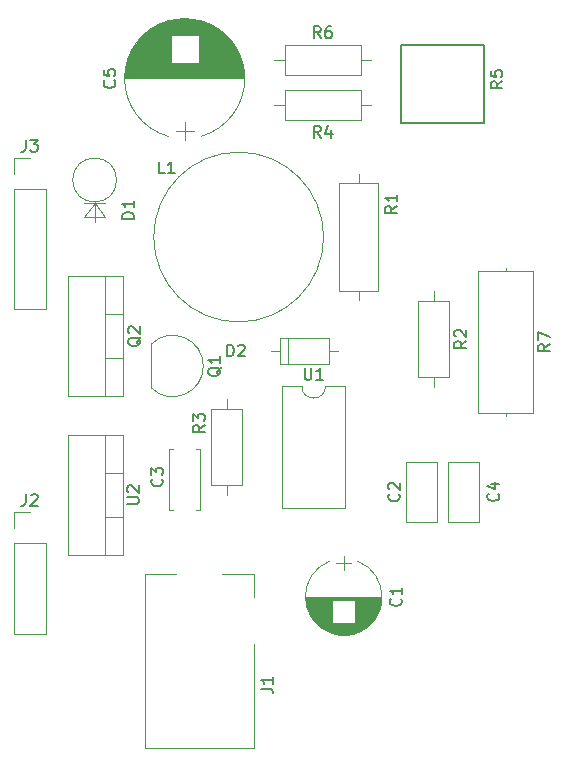
<source format=gto>
G04 #@! TF.FileFunction,Legend,Top*
%FSLAX46Y46*%
G04 Gerber Fmt 4.6, Leading zero omitted, Abs format (unit mm)*
G04 Created by KiCad (PCBNEW 4.0.7) date 10/23/17 00:19:34*
%MOMM*%
%LPD*%
G01*
G04 APERTURE LIST*
%ADD10C,0.100000*%
%ADD11C,0.120000*%
%ADD12C,0.150000*%
G04 APERTURE END LIST*
D10*
D11*
X170982000Y-121372000D02*
X170982000Y-126492000D01*
X168362000Y-121372000D02*
X168362000Y-126492000D01*
X170982000Y-121372000D02*
X168362000Y-121372000D01*
X170982000Y-126492000D02*
X168362000Y-126492000D01*
X150916000Y-120336000D02*
X150916000Y-125456000D01*
X148296000Y-120336000D02*
X148296000Y-125456000D01*
X150916000Y-120336000D02*
X150602000Y-120336000D01*
X148610000Y-120336000D02*
X148296000Y-120336000D01*
X150916000Y-125456000D02*
X150602000Y-125456000D01*
X148610000Y-125456000D02*
X148296000Y-125456000D01*
X174538000Y-121372000D02*
X174538000Y-126492000D01*
X171918000Y-121372000D02*
X171918000Y-126492000D01*
X174538000Y-121372000D02*
X171918000Y-121372000D01*
X174538000Y-126492000D02*
X171918000Y-126492000D01*
X148222736Y-84041563D02*
G75*
G03X148226000Y-93839357I1383264J-4898437D01*
G01*
X150989264Y-84041563D02*
G75*
G02X150986000Y-93839357I-1383264J-4898437D01*
G01*
X150989264Y-84041563D02*
G75*
G03X148226000Y-84040643I-1383264J-4898437D01*
G01*
X144556000Y-88940000D02*
X154656000Y-88940000D01*
X144556000Y-88900000D02*
X154656000Y-88900000D01*
X144556000Y-88860000D02*
X154656000Y-88860000D01*
X144557000Y-88820000D02*
X154655000Y-88820000D01*
X144558000Y-88780000D02*
X154654000Y-88780000D01*
X144559000Y-88740000D02*
X154653000Y-88740000D01*
X144561000Y-88700000D02*
X154651000Y-88700000D01*
X144563000Y-88660000D02*
X154649000Y-88660000D01*
X144566000Y-88620000D02*
X154646000Y-88620000D01*
X144568000Y-88580000D02*
X154644000Y-88580000D01*
X144571000Y-88540000D02*
X154641000Y-88540000D01*
X144575000Y-88500000D02*
X154637000Y-88500000D01*
X144578000Y-88460000D02*
X154634000Y-88460000D01*
X144582000Y-88420000D02*
X154630000Y-88420000D01*
X144586000Y-88380000D02*
X154626000Y-88380000D01*
X144591000Y-88340000D02*
X154621000Y-88340000D01*
X144596000Y-88300000D02*
X154616000Y-88300000D01*
X144601000Y-88260000D02*
X154611000Y-88260000D01*
X144607000Y-88219000D02*
X154605000Y-88219000D01*
X144613000Y-88179000D02*
X154599000Y-88179000D01*
X144619000Y-88139000D02*
X154593000Y-88139000D01*
X144625000Y-88099000D02*
X154587000Y-88099000D01*
X144632000Y-88059000D02*
X154580000Y-88059000D01*
X144639000Y-88019000D02*
X154573000Y-88019000D01*
X144647000Y-87979000D02*
X154565000Y-87979000D01*
X144655000Y-87939000D02*
X154557000Y-87939000D01*
X144663000Y-87899000D02*
X154549000Y-87899000D01*
X144671000Y-87859000D02*
X154541000Y-87859000D01*
X144680000Y-87819000D02*
X154532000Y-87819000D01*
X144689000Y-87779000D02*
X154523000Y-87779000D01*
X144699000Y-87739000D02*
X154513000Y-87739000D01*
X144709000Y-87699000D02*
X154503000Y-87699000D01*
X144719000Y-87659000D02*
X154493000Y-87659000D01*
X144730000Y-87619000D02*
X148425000Y-87619000D01*
X150787000Y-87619000D02*
X154482000Y-87619000D01*
X144741000Y-87579000D02*
X148425000Y-87579000D01*
X150787000Y-87579000D02*
X154471000Y-87579000D01*
X144752000Y-87539000D02*
X148425000Y-87539000D01*
X150787000Y-87539000D02*
X154460000Y-87539000D01*
X144763000Y-87499000D02*
X148425000Y-87499000D01*
X150787000Y-87499000D02*
X154449000Y-87499000D01*
X144775000Y-87459000D02*
X148425000Y-87459000D01*
X150787000Y-87459000D02*
X154437000Y-87459000D01*
X144788000Y-87419000D02*
X148425000Y-87419000D01*
X150787000Y-87419000D02*
X154424000Y-87419000D01*
X144800000Y-87379000D02*
X148425000Y-87379000D01*
X150787000Y-87379000D02*
X154412000Y-87379000D01*
X144814000Y-87339000D02*
X148425000Y-87339000D01*
X150787000Y-87339000D02*
X154398000Y-87339000D01*
X144827000Y-87299000D02*
X148425000Y-87299000D01*
X150787000Y-87299000D02*
X154385000Y-87299000D01*
X144841000Y-87259000D02*
X148425000Y-87259000D01*
X150787000Y-87259000D02*
X154371000Y-87259000D01*
X144855000Y-87219000D02*
X148425000Y-87219000D01*
X150787000Y-87219000D02*
X154357000Y-87219000D01*
X144869000Y-87179000D02*
X148425000Y-87179000D01*
X150787000Y-87179000D02*
X154343000Y-87179000D01*
X144884000Y-87139000D02*
X148425000Y-87139000D01*
X150787000Y-87139000D02*
X154328000Y-87139000D01*
X144900000Y-87099000D02*
X148425000Y-87099000D01*
X150787000Y-87099000D02*
X154312000Y-87099000D01*
X144915000Y-87059000D02*
X148425000Y-87059000D01*
X150787000Y-87059000D02*
X154297000Y-87059000D01*
X144932000Y-87019000D02*
X148425000Y-87019000D01*
X150787000Y-87019000D02*
X154280000Y-87019000D01*
X144948000Y-86979000D02*
X148425000Y-86979000D01*
X150787000Y-86979000D02*
X154264000Y-86979000D01*
X144965000Y-86939000D02*
X148425000Y-86939000D01*
X150787000Y-86939000D02*
X154247000Y-86939000D01*
X144982000Y-86899000D02*
X148425000Y-86899000D01*
X150787000Y-86899000D02*
X154230000Y-86899000D01*
X145000000Y-86859000D02*
X148425000Y-86859000D01*
X150787000Y-86859000D02*
X154212000Y-86859000D01*
X145018000Y-86819000D02*
X148425000Y-86819000D01*
X150787000Y-86819000D02*
X154194000Y-86819000D01*
X145037000Y-86779000D02*
X148425000Y-86779000D01*
X150787000Y-86779000D02*
X154175000Y-86779000D01*
X145056000Y-86739000D02*
X148425000Y-86739000D01*
X150787000Y-86739000D02*
X154156000Y-86739000D01*
X145075000Y-86699000D02*
X148425000Y-86699000D01*
X150787000Y-86699000D02*
X154137000Y-86699000D01*
X145095000Y-86659000D02*
X148425000Y-86659000D01*
X150787000Y-86659000D02*
X154117000Y-86659000D01*
X145115000Y-86619000D02*
X148425000Y-86619000D01*
X150787000Y-86619000D02*
X154097000Y-86619000D01*
X145136000Y-86579000D02*
X148425000Y-86579000D01*
X150787000Y-86579000D02*
X154076000Y-86579000D01*
X145157000Y-86539000D02*
X148425000Y-86539000D01*
X150787000Y-86539000D02*
X154055000Y-86539000D01*
X145178000Y-86499000D02*
X148425000Y-86499000D01*
X150787000Y-86499000D02*
X154034000Y-86499000D01*
X145201000Y-86459000D02*
X148425000Y-86459000D01*
X150787000Y-86459000D02*
X154011000Y-86459000D01*
X145223000Y-86419000D02*
X148425000Y-86419000D01*
X150787000Y-86419000D02*
X153989000Y-86419000D01*
X145246000Y-86379000D02*
X148425000Y-86379000D01*
X150787000Y-86379000D02*
X153966000Y-86379000D01*
X145270000Y-86339000D02*
X148425000Y-86339000D01*
X150787000Y-86339000D02*
X153942000Y-86339000D01*
X145294000Y-86299000D02*
X148425000Y-86299000D01*
X150787000Y-86299000D02*
X153918000Y-86299000D01*
X145318000Y-86259000D02*
X148425000Y-86259000D01*
X150787000Y-86259000D02*
X153894000Y-86259000D01*
X145343000Y-86219000D02*
X148425000Y-86219000D01*
X150787000Y-86219000D02*
X153869000Y-86219000D01*
X145369000Y-86179000D02*
X148425000Y-86179000D01*
X150787000Y-86179000D02*
X153843000Y-86179000D01*
X145395000Y-86139000D02*
X148425000Y-86139000D01*
X150787000Y-86139000D02*
X153817000Y-86139000D01*
X145421000Y-86099000D02*
X148425000Y-86099000D01*
X150787000Y-86099000D02*
X153791000Y-86099000D01*
X145449000Y-86059000D02*
X148425000Y-86059000D01*
X150787000Y-86059000D02*
X153763000Y-86059000D01*
X145476000Y-86019000D02*
X148425000Y-86019000D01*
X150787000Y-86019000D02*
X153736000Y-86019000D01*
X145505000Y-85979000D02*
X148425000Y-85979000D01*
X150787000Y-85979000D02*
X153707000Y-85979000D01*
X145534000Y-85939000D02*
X148425000Y-85939000D01*
X150787000Y-85939000D02*
X153678000Y-85939000D01*
X145563000Y-85899000D02*
X148425000Y-85899000D01*
X150787000Y-85899000D02*
X153649000Y-85899000D01*
X145593000Y-85859000D02*
X148425000Y-85859000D01*
X150787000Y-85859000D02*
X153619000Y-85859000D01*
X145624000Y-85819000D02*
X148425000Y-85819000D01*
X150787000Y-85819000D02*
X153588000Y-85819000D01*
X145655000Y-85779000D02*
X148425000Y-85779000D01*
X150787000Y-85779000D02*
X153557000Y-85779000D01*
X145687000Y-85739000D02*
X148425000Y-85739000D01*
X150787000Y-85739000D02*
X153525000Y-85739000D01*
X145720000Y-85699000D02*
X148425000Y-85699000D01*
X150787000Y-85699000D02*
X153492000Y-85699000D01*
X145753000Y-85659000D02*
X148425000Y-85659000D01*
X150787000Y-85659000D02*
X153459000Y-85659000D01*
X145787000Y-85619000D02*
X148425000Y-85619000D01*
X150787000Y-85619000D02*
X153425000Y-85619000D01*
X145822000Y-85579000D02*
X148425000Y-85579000D01*
X150787000Y-85579000D02*
X153390000Y-85579000D01*
X145858000Y-85539000D02*
X148425000Y-85539000D01*
X150787000Y-85539000D02*
X153354000Y-85539000D01*
X145894000Y-85499000D02*
X148425000Y-85499000D01*
X150787000Y-85499000D02*
X153318000Y-85499000D01*
X145931000Y-85459000D02*
X148425000Y-85459000D01*
X150787000Y-85459000D02*
X153281000Y-85459000D01*
X145969000Y-85419000D02*
X148425000Y-85419000D01*
X150787000Y-85419000D02*
X153243000Y-85419000D01*
X146008000Y-85379000D02*
X148425000Y-85379000D01*
X150787000Y-85379000D02*
X153204000Y-85379000D01*
X146047000Y-85339000D02*
X148425000Y-85339000D01*
X150787000Y-85339000D02*
X153165000Y-85339000D01*
X146088000Y-85299000D02*
X148425000Y-85299000D01*
X150787000Y-85299000D02*
X153124000Y-85299000D01*
X146129000Y-85259000D02*
X153083000Y-85259000D01*
X146171000Y-85219000D02*
X153041000Y-85219000D01*
X146215000Y-85179000D02*
X152997000Y-85179000D01*
X146259000Y-85139000D02*
X152953000Y-85139000D01*
X146304000Y-85099000D02*
X152908000Y-85099000D01*
X146351000Y-85059000D02*
X152861000Y-85059000D01*
X146399000Y-85019000D02*
X152813000Y-85019000D01*
X146448000Y-84979000D02*
X152764000Y-84979000D01*
X146498000Y-84939000D02*
X152714000Y-84939000D01*
X146549000Y-84899000D02*
X152663000Y-84899000D01*
X146602000Y-84859000D02*
X152610000Y-84859000D01*
X146657000Y-84819000D02*
X152555000Y-84819000D01*
X146712000Y-84779000D02*
X152500000Y-84779000D01*
X146770000Y-84739000D02*
X152442000Y-84739000D01*
X146829000Y-84699000D02*
X152383000Y-84699000D01*
X146891000Y-84659000D02*
X152321000Y-84659000D01*
X146954000Y-84619000D02*
X152258000Y-84619000D01*
X147019000Y-84579000D02*
X152193000Y-84579000D01*
X147087000Y-84539000D02*
X152125000Y-84539000D01*
X147157000Y-84499000D02*
X152055000Y-84499000D01*
X147229000Y-84459000D02*
X151983000Y-84459000D01*
X147305000Y-84419000D02*
X151907000Y-84419000D01*
X147384000Y-84379000D02*
X151828000Y-84379000D01*
X147466000Y-84339000D02*
X151746000Y-84339000D01*
X147553000Y-84299000D02*
X151659000Y-84299000D01*
X147644000Y-84259000D02*
X151568000Y-84259000D01*
X147740000Y-84219000D02*
X151472000Y-84219000D01*
X147843000Y-84179000D02*
X151369000Y-84179000D01*
X147952000Y-84139000D02*
X151260000Y-84139000D01*
X148070000Y-84099000D02*
X151142000Y-84099000D01*
X148199000Y-84059000D02*
X151013000Y-84059000D01*
X148341000Y-84019000D02*
X150871000Y-84019000D01*
X148502000Y-83979000D02*
X150710000Y-83979000D01*
X148693000Y-83939000D02*
X150519000Y-83939000D01*
X148934000Y-83899000D02*
X150278000Y-83899000D01*
X149327000Y-83859000D02*
X149885000Y-83859000D01*
X149606000Y-94140000D02*
X149606000Y-92640000D01*
X148856000Y-93390000D02*
X150356000Y-93390000D01*
X141986000Y-99396000D02*
X141986000Y-101116000D01*
X142875000Y-99483333D02*
X141097000Y-99483333D01*
X141986000Y-99483333D02*
X142875000Y-100668667D01*
X142875000Y-100668667D02*
X141097000Y-100668667D01*
X141097000Y-100668667D02*
X141986000Y-99483333D01*
X143846000Y-97536000D02*
G75*
G03X143846000Y-97536000I-1860000J0D01*
G01*
X157706000Y-110954000D02*
X157706000Y-113074000D01*
X157706000Y-113074000D02*
X161826000Y-113074000D01*
X161826000Y-113074000D02*
X161826000Y-110954000D01*
X161826000Y-110954000D02*
X157706000Y-110954000D01*
X156936000Y-112014000D02*
X157706000Y-112014000D01*
X162596000Y-112014000D02*
X161826000Y-112014000D01*
X158366000Y-110954000D02*
X158366000Y-113074000D01*
X155476000Y-136826000D02*
X155476000Y-145626000D01*
X155476000Y-145626000D02*
X146276000Y-145626000D01*
X152776000Y-130926000D02*
X155476000Y-130926000D01*
X155476000Y-130926000D02*
X155476000Y-132826000D01*
X146276000Y-145626000D02*
X146276000Y-130926000D01*
X146276000Y-130926000D02*
X148876000Y-130926000D01*
X135170000Y-135950000D02*
X137830000Y-135950000D01*
X135170000Y-128270000D02*
X135170000Y-135950000D01*
X137830000Y-128270000D02*
X137830000Y-135950000D01*
X135170000Y-128270000D02*
X137830000Y-128270000D01*
X135170000Y-127000000D02*
X135170000Y-125670000D01*
X135170000Y-125670000D02*
X136500000Y-125670000D01*
X135170000Y-108490000D02*
X137830000Y-108490000D01*
X135170000Y-98270000D02*
X135170000Y-108490000D01*
X137830000Y-98270000D02*
X137830000Y-108490000D01*
X135170000Y-98270000D02*
X137830000Y-98270000D01*
X135170000Y-97000000D02*
X135170000Y-95670000D01*
X135170000Y-95670000D02*
X136500000Y-95670000D01*
X161368000Y-102362000D02*
G75*
G03X161368000Y-102362000I-7190000J0D01*
G01*
X146740000Y-111484000D02*
X146740000Y-115084000D01*
X146751522Y-111445522D02*
G75*
G02X151190000Y-113284000I1838478J-1838478D01*
G01*
X146751522Y-115122478D02*
G75*
G03X151190000Y-113284000I1838478J1838478D01*
G01*
X144352000Y-105624000D02*
X144352000Y-115864000D01*
X139711000Y-105624000D02*
X139711000Y-115864000D01*
X144352000Y-105624000D02*
X139711000Y-105624000D01*
X144352000Y-115864000D02*
X139711000Y-115864000D01*
X142842000Y-105624000D02*
X142842000Y-115864000D01*
X144352000Y-108894000D02*
X142842000Y-108894000D01*
X144352000Y-112595000D02*
X142842000Y-112595000D01*
X162678000Y-106922000D02*
X165998000Y-106922000D01*
X165998000Y-106922000D02*
X165998000Y-97802000D01*
X165998000Y-97802000D02*
X162678000Y-97802000D01*
X162678000Y-97802000D02*
X162678000Y-106922000D01*
X164338000Y-107732000D02*
X164338000Y-106922000D01*
X164338000Y-96992000D02*
X164338000Y-97802000D01*
X171998000Y-107788000D02*
X169378000Y-107788000D01*
X169378000Y-107788000D02*
X169378000Y-114208000D01*
X169378000Y-114208000D02*
X171998000Y-114208000D01*
X171998000Y-114208000D02*
X171998000Y-107788000D01*
X170688000Y-106898000D02*
X170688000Y-107788000D01*
X170688000Y-115098000D02*
X170688000Y-114208000D01*
X154472000Y-116932000D02*
X151852000Y-116932000D01*
X151852000Y-116932000D02*
X151852000Y-123352000D01*
X151852000Y-123352000D02*
X154472000Y-123352000D01*
X154472000Y-123352000D02*
X154472000Y-116932000D01*
X153162000Y-116042000D02*
X153162000Y-116932000D01*
X153162000Y-124242000D02*
X153162000Y-123352000D01*
X164500000Y-92496000D02*
X164500000Y-89876000D01*
X164500000Y-89876000D02*
X158080000Y-89876000D01*
X158080000Y-89876000D02*
X158080000Y-92496000D01*
X158080000Y-92496000D02*
X164500000Y-92496000D01*
X165390000Y-91186000D02*
X164500000Y-91186000D01*
X157190000Y-91186000D02*
X158080000Y-91186000D01*
D12*
X167950000Y-92708000D02*
X167950000Y-86108000D01*
X167950000Y-86108000D02*
X174950000Y-86108000D01*
X174950000Y-86108000D02*
X174950000Y-92708000D01*
X174950000Y-92708000D02*
X167950000Y-92708000D01*
D11*
X158080000Y-86066000D02*
X158080000Y-88686000D01*
X158080000Y-88686000D02*
X164500000Y-88686000D01*
X164500000Y-88686000D02*
X164500000Y-86066000D01*
X164500000Y-86066000D02*
X158080000Y-86066000D01*
X157190000Y-87376000D02*
X158080000Y-87376000D01*
X165390000Y-87376000D02*
X164500000Y-87376000D01*
X179094000Y-105242000D02*
X174474000Y-105242000D01*
X174474000Y-105242000D02*
X174474000Y-117262000D01*
X174474000Y-117262000D02*
X179094000Y-117262000D01*
X179094000Y-117262000D02*
X179094000Y-105242000D01*
X176784000Y-105012000D02*
X176784000Y-105242000D01*
X176784000Y-117492000D02*
X176784000Y-117262000D01*
X161528000Y-115002000D02*
G75*
G02X159528000Y-115002000I-1000000J0D01*
G01*
X159528000Y-115002000D02*
X157878000Y-115002000D01*
X157878000Y-115002000D02*
X157878000Y-125282000D01*
X157878000Y-125282000D02*
X163178000Y-125282000D01*
X163178000Y-125282000D02*
X163178000Y-115002000D01*
X163178000Y-115002000D02*
X161528000Y-115002000D01*
X144352000Y-119086000D02*
X144352000Y-129326000D01*
X139711000Y-119086000D02*
X139711000Y-129326000D01*
X144352000Y-119086000D02*
X139711000Y-119086000D01*
X144352000Y-129326000D02*
X139711000Y-129326000D01*
X142842000Y-119086000D02*
X142842000Y-129326000D01*
X144352000Y-122356000D02*
X142842000Y-122356000D01*
X144352000Y-126057000D02*
X142842000Y-126057000D01*
X164247136Y-135839820D02*
G75*
G03X164248000Y-129804518I-1179136J3017820D01*
G01*
X161888864Y-135839820D02*
G75*
G02X161888000Y-129804518I1179136J3017820D01*
G01*
X161888864Y-135839820D02*
G75*
G03X164248000Y-135839482I1179136J3017820D01*
G01*
X166268000Y-132822000D02*
X159868000Y-132822000D01*
X166268000Y-132862000D02*
X159868000Y-132862000D01*
X166268000Y-132902000D02*
X159868000Y-132902000D01*
X166266000Y-132942000D02*
X159870000Y-132942000D01*
X166265000Y-132982000D02*
X159871000Y-132982000D01*
X166262000Y-133022000D02*
X159874000Y-133022000D01*
X166260000Y-133062000D02*
X159876000Y-133062000D01*
X166256000Y-133102000D02*
X164048000Y-133102000D01*
X162088000Y-133102000D02*
X159880000Y-133102000D01*
X166253000Y-133142000D02*
X164048000Y-133142000D01*
X162088000Y-133142000D02*
X159883000Y-133142000D01*
X166248000Y-133182000D02*
X164048000Y-133182000D01*
X162088000Y-133182000D02*
X159888000Y-133182000D01*
X166244000Y-133222000D02*
X164048000Y-133222000D01*
X162088000Y-133222000D02*
X159892000Y-133222000D01*
X166238000Y-133262000D02*
X164048000Y-133262000D01*
X162088000Y-133262000D02*
X159898000Y-133262000D01*
X166233000Y-133302000D02*
X164048000Y-133302000D01*
X162088000Y-133302000D02*
X159903000Y-133302000D01*
X166226000Y-133342000D02*
X164048000Y-133342000D01*
X162088000Y-133342000D02*
X159910000Y-133342000D01*
X166220000Y-133382000D02*
X164048000Y-133382000D01*
X162088000Y-133382000D02*
X159916000Y-133382000D01*
X166212000Y-133422000D02*
X164048000Y-133422000D01*
X162088000Y-133422000D02*
X159924000Y-133422000D01*
X166205000Y-133462000D02*
X164048000Y-133462000D01*
X162088000Y-133462000D02*
X159931000Y-133462000D01*
X166196000Y-133502000D02*
X164048000Y-133502000D01*
X162088000Y-133502000D02*
X159940000Y-133502000D01*
X166187000Y-133543000D02*
X164048000Y-133543000D01*
X162088000Y-133543000D02*
X159949000Y-133543000D01*
X166178000Y-133583000D02*
X164048000Y-133583000D01*
X162088000Y-133583000D02*
X159958000Y-133583000D01*
X166168000Y-133623000D02*
X164048000Y-133623000D01*
X162088000Y-133623000D02*
X159968000Y-133623000D01*
X166158000Y-133663000D02*
X164048000Y-133663000D01*
X162088000Y-133663000D02*
X159978000Y-133663000D01*
X166147000Y-133703000D02*
X164048000Y-133703000D01*
X162088000Y-133703000D02*
X159989000Y-133703000D01*
X166135000Y-133743000D02*
X164048000Y-133743000D01*
X162088000Y-133743000D02*
X160001000Y-133743000D01*
X166123000Y-133783000D02*
X164048000Y-133783000D01*
X162088000Y-133783000D02*
X160013000Y-133783000D01*
X166110000Y-133823000D02*
X164048000Y-133823000D01*
X162088000Y-133823000D02*
X160026000Y-133823000D01*
X166097000Y-133863000D02*
X164048000Y-133863000D01*
X162088000Y-133863000D02*
X160039000Y-133863000D01*
X166083000Y-133903000D02*
X164048000Y-133903000D01*
X162088000Y-133903000D02*
X160053000Y-133903000D01*
X166069000Y-133943000D02*
X164048000Y-133943000D01*
X162088000Y-133943000D02*
X160067000Y-133943000D01*
X166054000Y-133983000D02*
X164048000Y-133983000D01*
X162088000Y-133983000D02*
X160082000Y-133983000D01*
X166038000Y-134023000D02*
X164048000Y-134023000D01*
X162088000Y-134023000D02*
X160098000Y-134023000D01*
X166022000Y-134063000D02*
X164048000Y-134063000D01*
X162088000Y-134063000D02*
X160114000Y-134063000D01*
X166005000Y-134103000D02*
X164048000Y-134103000D01*
X162088000Y-134103000D02*
X160131000Y-134103000D01*
X165987000Y-134143000D02*
X164048000Y-134143000D01*
X162088000Y-134143000D02*
X160149000Y-134143000D01*
X165969000Y-134183000D02*
X164048000Y-134183000D01*
X162088000Y-134183000D02*
X160167000Y-134183000D01*
X165950000Y-134223000D02*
X164048000Y-134223000D01*
X162088000Y-134223000D02*
X160186000Y-134223000D01*
X165931000Y-134263000D02*
X164048000Y-134263000D01*
X162088000Y-134263000D02*
X160205000Y-134263000D01*
X165911000Y-134303000D02*
X164048000Y-134303000D01*
X162088000Y-134303000D02*
X160225000Y-134303000D01*
X165890000Y-134343000D02*
X164048000Y-134343000D01*
X162088000Y-134343000D02*
X160246000Y-134343000D01*
X165868000Y-134383000D02*
X164048000Y-134383000D01*
X162088000Y-134383000D02*
X160268000Y-134383000D01*
X165846000Y-134423000D02*
X164048000Y-134423000D01*
X162088000Y-134423000D02*
X160290000Y-134423000D01*
X165823000Y-134463000D02*
X164048000Y-134463000D01*
X162088000Y-134463000D02*
X160313000Y-134463000D01*
X165799000Y-134503000D02*
X164048000Y-134503000D01*
X162088000Y-134503000D02*
X160337000Y-134503000D01*
X165774000Y-134543000D02*
X164048000Y-134543000D01*
X162088000Y-134543000D02*
X160362000Y-134543000D01*
X165749000Y-134583000D02*
X164048000Y-134583000D01*
X162088000Y-134583000D02*
X160387000Y-134583000D01*
X165722000Y-134623000D02*
X164048000Y-134623000D01*
X162088000Y-134623000D02*
X160414000Y-134623000D01*
X165695000Y-134663000D02*
X164048000Y-134663000D01*
X162088000Y-134663000D02*
X160441000Y-134663000D01*
X165667000Y-134703000D02*
X164048000Y-134703000D01*
X162088000Y-134703000D02*
X160469000Y-134703000D01*
X165638000Y-134743000D02*
X164048000Y-134743000D01*
X162088000Y-134743000D02*
X160498000Y-134743000D01*
X165608000Y-134783000D02*
X164048000Y-134783000D01*
X162088000Y-134783000D02*
X160528000Y-134783000D01*
X165578000Y-134823000D02*
X164048000Y-134823000D01*
X162088000Y-134823000D02*
X160558000Y-134823000D01*
X165546000Y-134863000D02*
X164048000Y-134863000D01*
X162088000Y-134863000D02*
X160590000Y-134863000D01*
X165513000Y-134903000D02*
X164048000Y-134903000D01*
X162088000Y-134903000D02*
X160623000Y-134903000D01*
X165479000Y-134943000D02*
X164048000Y-134943000D01*
X162088000Y-134943000D02*
X160657000Y-134943000D01*
X165443000Y-134983000D02*
X164048000Y-134983000D01*
X162088000Y-134983000D02*
X160693000Y-134983000D01*
X165407000Y-135023000D02*
X164048000Y-135023000D01*
X162088000Y-135023000D02*
X160729000Y-135023000D01*
X165369000Y-135063000D02*
X160767000Y-135063000D01*
X165330000Y-135103000D02*
X160806000Y-135103000D01*
X165290000Y-135143000D02*
X160846000Y-135143000D01*
X165248000Y-135183000D02*
X160888000Y-135183000D01*
X165205000Y-135223000D02*
X160931000Y-135223000D01*
X165160000Y-135263000D02*
X160976000Y-135263000D01*
X165113000Y-135303000D02*
X161023000Y-135303000D01*
X165065000Y-135343000D02*
X161071000Y-135343000D01*
X165014000Y-135383000D02*
X161122000Y-135383000D01*
X164962000Y-135423000D02*
X161174000Y-135423000D01*
X164907000Y-135463000D02*
X161229000Y-135463000D01*
X164849000Y-135503000D02*
X161287000Y-135503000D01*
X164789000Y-135543000D02*
X161347000Y-135543000D01*
X164726000Y-135583000D02*
X161410000Y-135583000D01*
X164659000Y-135623000D02*
X161477000Y-135623000D01*
X164588000Y-135663000D02*
X161548000Y-135663000D01*
X164513000Y-135703000D02*
X161623000Y-135703000D01*
X164432000Y-135743000D02*
X161704000Y-135743000D01*
X164346000Y-135783000D02*
X161790000Y-135783000D01*
X164252000Y-135823000D02*
X161884000Y-135823000D01*
X164149000Y-135863000D02*
X161987000Y-135863000D01*
X164034000Y-135903000D02*
X162102000Y-135903000D01*
X163902000Y-135943000D02*
X162234000Y-135943000D01*
X163744000Y-135983000D02*
X162392000Y-135983000D01*
X163536000Y-136023000D02*
X162600000Y-136023000D01*
X163068000Y-129372000D02*
X163068000Y-130572000D01*
X163718000Y-129972000D02*
X162418000Y-129972000D01*
D12*
X167743143Y-124118666D02*
X167790762Y-124166285D01*
X167838381Y-124309142D01*
X167838381Y-124404380D01*
X167790762Y-124547238D01*
X167695524Y-124642476D01*
X167600286Y-124690095D01*
X167409810Y-124737714D01*
X167266952Y-124737714D01*
X167076476Y-124690095D01*
X166981238Y-124642476D01*
X166886000Y-124547238D01*
X166838381Y-124404380D01*
X166838381Y-124309142D01*
X166886000Y-124166285D01*
X166933619Y-124118666D01*
X166933619Y-123737714D02*
X166886000Y-123690095D01*
X166838381Y-123594857D01*
X166838381Y-123356761D01*
X166886000Y-123261523D01*
X166933619Y-123213904D01*
X167028857Y-123166285D01*
X167124095Y-123166285D01*
X167266952Y-123213904D01*
X167838381Y-123785333D01*
X167838381Y-123166285D01*
X147677143Y-122848666D02*
X147724762Y-122896285D01*
X147772381Y-123039142D01*
X147772381Y-123134380D01*
X147724762Y-123277238D01*
X147629524Y-123372476D01*
X147534286Y-123420095D01*
X147343810Y-123467714D01*
X147200952Y-123467714D01*
X147010476Y-123420095D01*
X146915238Y-123372476D01*
X146820000Y-123277238D01*
X146772381Y-123134380D01*
X146772381Y-123039142D01*
X146820000Y-122896285D01*
X146867619Y-122848666D01*
X146772381Y-122515333D02*
X146772381Y-121896285D01*
X147153333Y-122229619D01*
X147153333Y-122086761D01*
X147200952Y-121991523D01*
X147248571Y-121943904D01*
X147343810Y-121896285D01*
X147581905Y-121896285D01*
X147677143Y-121943904D01*
X147724762Y-121991523D01*
X147772381Y-122086761D01*
X147772381Y-122372476D01*
X147724762Y-122467714D01*
X147677143Y-122515333D01*
X176145143Y-124098666D02*
X176192762Y-124146285D01*
X176240381Y-124289142D01*
X176240381Y-124384380D01*
X176192762Y-124527238D01*
X176097524Y-124622476D01*
X176002286Y-124670095D01*
X175811810Y-124717714D01*
X175668952Y-124717714D01*
X175478476Y-124670095D01*
X175383238Y-124622476D01*
X175288000Y-124527238D01*
X175240381Y-124384380D01*
X175240381Y-124289142D01*
X175288000Y-124146285D01*
X175335619Y-124098666D01*
X175573714Y-123241523D02*
X176240381Y-123241523D01*
X175192762Y-123479619D02*
X175907048Y-123717714D01*
X175907048Y-123098666D01*
X143653143Y-89106666D02*
X143700762Y-89154285D01*
X143748381Y-89297142D01*
X143748381Y-89392380D01*
X143700762Y-89535238D01*
X143605524Y-89630476D01*
X143510286Y-89678095D01*
X143319810Y-89725714D01*
X143176952Y-89725714D01*
X142986476Y-89678095D01*
X142891238Y-89630476D01*
X142796000Y-89535238D01*
X142748381Y-89392380D01*
X142748381Y-89297142D01*
X142796000Y-89154285D01*
X142843619Y-89106666D01*
X142748381Y-88201904D02*
X142748381Y-88678095D01*
X143224571Y-88725714D01*
X143176952Y-88678095D01*
X143129333Y-88582857D01*
X143129333Y-88344761D01*
X143176952Y-88249523D01*
X143224571Y-88201904D01*
X143319810Y-88154285D01*
X143557905Y-88154285D01*
X143653143Y-88201904D01*
X143700762Y-88249523D01*
X143748381Y-88344761D01*
X143748381Y-88582857D01*
X143700762Y-88678095D01*
X143653143Y-88725714D01*
X145298381Y-100814095D02*
X144298381Y-100814095D01*
X144298381Y-100576000D01*
X144346000Y-100433142D01*
X144441238Y-100337904D01*
X144536476Y-100290285D01*
X144726952Y-100242666D01*
X144869810Y-100242666D01*
X145060286Y-100290285D01*
X145155524Y-100337904D01*
X145250762Y-100433142D01*
X145298381Y-100576000D01*
X145298381Y-100814095D01*
X145298381Y-99290285D02*
X145298381Y-99861714D01*
X145298381Y-99576000D02*
X144298381Y-99576000D01*
X144441238Y-99671238D01*
X144536476Y-99766476D01*
X144584095Y-99861714D01*
X153185905Y-112466381D02*
X153185905Y-111466381D01*
X153424000Y-111466381D01*
X153566858Y-111514000D01*
X153662096Y-111609238D01*
X153709715Y-111704476D01*
X153757334Y-111894952D01*
X153757334Y-112037810D01*
X153709715Y-112228286D01*
X153662096Y-112323524D01*
X153566858Y-112418762D01*
X153424000Y-112466381D01*
X153185905Y-112466381D01*
X154138286Y-111561619D02*
X154185905Y-111514000D01*
X154281143Y-111466381D01*
X154519239Y-111466381D01*
X154614477Y-111514000D01*
X154662096Y-111561619D01*
X154709715Y-111656857D01*
X154709715Y-111752095D01*
X154662096Y-111894952D01*
X154090667Y-112466381D01*
X154709715Y-112466381D01*
X156078381Y-140609333D02*
X156792667Y-140609333D01*
X156935524Y-140656953D01*
X157030762Y-140752191D01*
X157078381Y-140895048D01*
X157078381Y-140990286D01*
X157078381Y-139609333D02*
X157078381Y-140180762D01*
X157078381Y-139895048D02*
X156078381Y-139895048D01*
X156221238Y-139990286D01*
X156316476Y-140085524D01*
X156364095Y-140180762D01*
X136166667Y-124122381D02*
X136166667Y-124836667D01*
X136119047Y-124979524D01*
X136023809Y-125074762D01*
X135880952Y-125122381D01*
X135785714Y-125122381D01*
X136595238Y-124217619D02*
X136642857Y-124170000D01*
X136738095Y-124122381D01*
X136976191Y-124122381D01*
X137071429Y-124170000D01*
X137119048Y-124217619D01*
X137166667Y-124312857D01*
X137166667Y-124408095D01*
X137119048Y-124550952D01*
X136547619Y-125122381D01*
X137166667Y-125122381D01*
X136166667Y-94122381D02*
X136166667Y-94836667D01*
X136119047Y-94979524D01*
X136023809Y-95074762D01*
X135880952Y-95122381D01*
X135785714Y-95122381D01*
X136547619Y-94122381D02*
X137166667Y-94122381D01*
X136833333Y-94503333D01*
X136976191Y-94503333D01*
X137071429Y-94550952D01*
X137119048Y-94598571D01*
X137166667Y-94693810D01*
X137166667Y-94931905D01*
X137119048Y-95027143D01*
X137071429Y-95074762D01*
X136976191Y-95122381D01*
X136690476Y-95122381D01*
X136595238Y-95074762D01*
X136547619Y-95027143D01*
X147915334Y-96972381D02*
X147439143Y-96972381D01*
X147439143Y-95972381D01*
X148772477Y-96972381D02*
X148201048Y-96972381D01*
X148486762Y-96972381D02*
X148486762Y-95972381D01*
X148391524Y-96115238D01*
X148296286Y-96210476D01*
X148201048Y-96258095D01*
X152697619Y-113379238D02*
X152650000Y-113474476D01*
X152554762Y-113569714D01*
X152411905Y-113712571D01*
X152364286Y-113807810D01*
X152364286Y-113903048D01*
X152602381Y-113855429D02*
X152554762Y-113950667D01*
X152459524Y-114045905D01*
X152269048Y-114093524D01*
X151935714Y-114093524D01*
X151745238Y-114045905D01*
X151650000Y-113950667D01*
X151602381Y-113855429D01*
X151602381Y-113664952D01*
X151650000Y-113569714D01*
X151745238Y-113474476D01*
X151935714Y-113426857D01*
X152269048Y-113426857D01*
X152459524Y-113474476D01*
X152554762Y-113569714D01*
X152602381Y-113664952D01*
X152602381Y-113855429D01*
X152602381Y-112474476D02*
X152602381Y-113045905D01*
X152602381Y-112760191D02*
X151602381Y-112760191D01*
X151745238Y-112855429D01*
X151840476Y-112950667D01*
X151888095Y-113045905D01*
X145899619Y-110839238D02*
X145852000Y-110934476D01*
X145756762Y-111029714D01*
X145613905Y-111172571D01*
X145566286Y-111267810D01*
X145566286Y-111363048D01*
X145804381Y-111315429D02*
X145756762Y-111410667D01*
X145661524Y-111505905D01*
X145471048Y-111553524D01*
X145137714Y-111553524D01*
X144947238Y-111505905D01*
X144852000Y-111410667D01*
X144804381Y-111315429D01*
X144804381Y-111124952D01*
X144852000Y-111029714D01*
X144947238Y-110934476D01*
X145137714Y-110886857D01*
X145471048Y-110886857D01*
X145661524Y-110934476D01*
X145756762Y-111029714D01*
X145804381Y-111124952D01*
X145804381Y-111315429D01*
X144899619Y-110505905D02*
X144852000Y-110458286D01*
X144804381Y-110363048D01*
X144804381Y-110124952D01*
X144852000Y-110029714D01*
X144899619Y-109982095D01*
X144994857Y-109934476D01*
X145090095Y-109934476D01*
X145232952Y-109982095D01*
X145804381Y-110553524D01*
X145804381Y-109934476D01*
X167584381Y-99734666D02*
X167108190Y-100068000D01*
X167584381Y-100306095D02*
X166584381Y-100306095D01*
X166584381Y-99925142D01*
X166632000Y-99829904D01*
X166679619Y-99782285D01*
X166774857Y-99734666D01*
X166917714Y-99734666D01*
X167012952Y-99782285D01*
X167060571Y-99829904D01*
X167108190Y-99925142D01*
X167108190Y-100306095D01*
X167584381Y-98782285D02*
X167584381Y-99353714D01*
X167584381Y-99068000D02*
X166584381Y-99068000D01*
X166727238Y-99163238D01*
X166822476Y-99258476D01*
X166870095Y-99353714D01*
X173450381Y-111164666D02*
X172974190Y-111498000D01*
X173450381Y-111736095D02*
X172450381Y-111736095D01*
X172450381Y-111355142D01*
X172498000Y-111259904D01*
X172545619Y-111212285D01*
X172640857Y-111164666D01*
X172783714Y-111164666D01*
X172878952Y-111212285D01*
X172926571Y-111259904D01*
X172974190Y-111355142D01*
X172974190Y-111736095D01*
X172545619Y-110783714D02*
X172498000Y-110736095D01*
X172450381Y-110640857D01*
X172450381Y-110402761D01*
X172498000Y-110307523D01*
X172545619Y-110259904D01*
X172640857Y-110212285D01*
X172736095Y-110212285D01*
X172878952Y-110259904D01*
X173450381Y-110831333D01*
X173450381Y-110212285D01*
X151328381Y-118276666D02*
X150852190Y-118610000D01*
X151328381Y-118848095D02*
X150328381Y-118848095D01*
X150328381Y-118467142D01*
X150376000Y-118371904D01*
X150423619Y-118324285D01*
X150518857Y-118276666D01*
X150661714Y-118276666D01*
X150756952Y-118324285D01*
X150804571Y-118371904D01*
X150852190Y-118467142D01*
X150852190Y-118848095D01*
X150328381Y-117943333D02*
X150328381Y-117324285D01*
X150709333Y-117657619D01*
X150709333Y-117514761D01*
X150756952Y-117419523D01*
X150804571Y-117371904D01*
X150899810Y-117324285D01*
X151137905Y-117324285D01*
X151233143Y-117371904D01*
X151280762Y-117419523D01*
X151328381Y-117514761D01*
X151328381Y-117800476D01*
X151280762Y-117895714D01*
X151233143Y-117943333D01*
X161123334Y-93948381D02*
X160790000Y-93472190D01*
X160551905Y-93948381D02*
X160551905Y-92948381D01*
X160932858Y-92948381D01*
X161028096Y-92996000D01*
X161075715Y-93043619D01*
X161123334Y-93138857D01*
X161123334Y-93281714D01*
X161075715Y-93376952D01*
X161028096Y-93424571D01*
X160932858Y-93472190D01*
X160551905Y-93472190D01*
X161980477Y-93281714D02*
X161980477Y-93948381D01*
X161742381Y-92900762D02*
X161504286Y-93615048D01*
X162123334Y-93615048D01*
X176502381Y-89174666D02*
X176026190Y-89508000D01*
X176502381Y-89746095D02*
X175502381Y-89746095D01*
X175502381Y-89365142D01*
X175550000Y-89269904D01*
X175597619Y-89222285D01*
X175692857Y-89174666D01*
X175835714Y-89174666D01*
X175930952Y-89222285D01*
X175978571Y-89269904D01*
X176026190Y-89365142D01*
X176026190Y-89746095D01*
X175502381Y-88269904D02*
X175502381Y-88746095D01*
X175978571Y-88793714D01*
X175930952Y-88746095D01*
X175883333Y-88650857D01*
X175883333Y-88412761D01*
X175930952Y-88317523D01*
X175978571Y-88269904D01*
X176073810Y-88222285D01*
X176311905Y-88222285D01*
X176407143Y-88269904D01*
X176454762Y-88317523D01*
X176502381Y-88412761D01*
X176502381Y-88650857D01*
X176454762Y-88746095D01*
X176407143Y-88793714D01*
X161123334Y-85518381D02*
X160790000Y-85042190D01*
X160551905Y-85518381D02*
X160551905Y-84518381D01*
X160932858Y-84518381D01*
X161028096Y-84566000D01*
X161075715Y-84613619D01*
X161123334Y-84708857D01*
X161123334Y-84851714D01*
X161075715Y-84946952D01*
X161028096Y-84994571D01*
X160932858Y-85042190D01*
X160551905Y-85042190D01*
X161980477Y-84518381D02*
X161790000Y-84518381D01*
X161694762Y-84566000D01*
X161647143Y-84613619D01*
X161551905Y-84756476D01*
X161504286Y-84946952D01*
X161504286Y-85327905D01*
X161551905Y-85423143D01*
X161599524Y-85470762D01*
X161694762Y-85518381D01*
X161885239Y-85518381D01*
X161980477Y-85470762D01*
X162028096Y-85423143D01*
X162075715Y-85327905D01*
X162075715Y-85089810D01*
X162028096Y-84994571D01*
X161980477Y-84946952D01*
X161885239Y-84899333D01*
X161694762Y-84899333D01*
X161599524Y-84946952D01*
X161551905Y-84994571D01*
X161504286Y-85089810D01*
X180546381Y-111418666D02*
X180070190Y-111752000D01*
X180546381Y-111990095D02*
X179546381Y-111990095D01*
X179546381Y-111609142D01*
X179594000Y-111513904D01*
X179641619Y-111466285D01*
X179736857Y-111418666D01*
X179879714Y-111418666D01*
X179974952Y-111466285D01*
X180022571Y-111513904D01*
X180070190Y-111609142D01*
X180070190Y-111990095D01*
X179546381Y-111085333D02*
X179546381Y-110418666D01*
X180546381Y-110847238D01*
X159766095Y-113454381D02*
X159766095Y-114263905D01*
X159813714Y-114359143D01*
X159861333Y-114406762D01*
X159956571Y-114454381D01*
X160147048Y-114454381D01*
X160242286Y-114406762D01*
X160289905Y-114359143D01*
X160337524Y-114263905D01*
X160337524Y-113454381D01*
X161337524Y-114454381D02*
X160766095Y-114454381D01*
X161051809Y-114454381D02*
X161051809Y-113454381D01*
X160956571Y-113597238D01*
X160861333Y-113692476D01*
X160766095Y-113740095D01*
X144740381Y-124967905D02*
X145549905Y-124967905D01*
X145645143Y-124920286D01*
X145692762Y-124872667D01*
X145740381Y-124777429D01*
X145740381Y-124586952D01*
X145692762Y-124491714D01*
X145645143Y-124444095D01*
X145549905Y-124396476D01*
X144740381Y-124396476D01*
X144835619Y-123967905D02*
X144788000Y-123920286D01*
X144740381Y-123825048D01*
X144740381Y-123586952D01*
X144788000Y-123491714D01*
X144835619Y-123444095D01*
X144930857Y-123396476D01*
X145026095Y-123396476D01*
X145168952Y-123444095D01*
X145740381Y-124015524D01*
X145740381Y-123396476D01*
X167885143Y-132988666D02*
X167932762Y-133036285D01*
X167980381Y-133179142D01*
X167980381Y-133274380D01*
X167932762Y-133417238D01*
X167837524Y-133512476D01*
X167742286Y-133560095D01*
X167551810Y-133607714D01*
X167408952Y-133607714D01*
X167218476Y-133560095D01*
X167123238Y-133512476D01*
X167028000Y-133417238D01*
X166980381Y-133274380D01*
X166980381Y-133179142D01*
X167028000Y-133036285D01*
X167075619Y-132988666D01*
X167980381Y-132036285D02*
X167980381Y-132607714D01*
X167980381Y-132322000D02*
X166980381Y-132322000D01*
X167123238Y-132417238D01*
X167218476Y-132512476D01*
X167266095Y-132607714D01*
M02*

</source>
